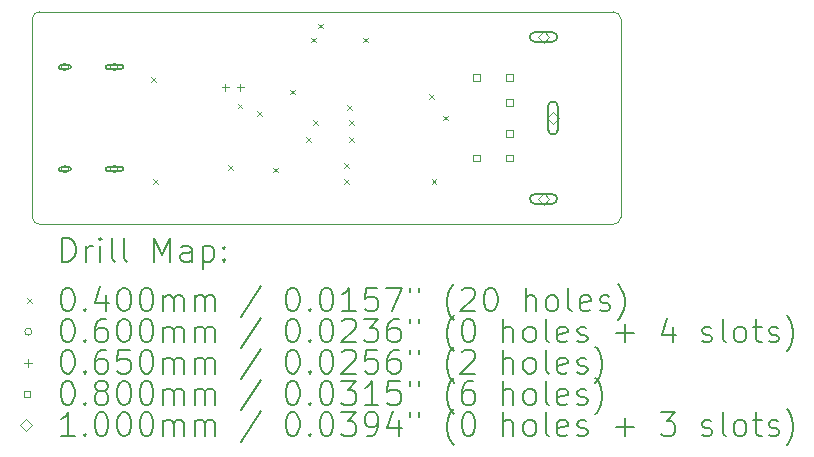
<source format=gbr>
%FSLAX45Y45*%
G04 Gerber Fmt 4.5, Leading zero omitted, Abs format (unit mm)*
G04 Created by KiCad (PCBNEW (6.0.5)) date 2025-03-09 20:54:10*
%MOMM*%
%LPD*%
G01*
G04 APERTURE LIST*
%TA.AperFunction,Profile*%
%ADD10C,0.100000*%
%TD*%
%ADD11C,0.200000*%
%ADD12C,0.040000*%
%ADD13C,0.060000*%
%ADD14C,0.065000*%
%ADD15C,0.080000*%
%ADD16C,0.100000*%
G04 APERTURE END LIST*
D10*
X12440000Y-9320000D02*
X12440000Y-11000000D01*
X17420000Y-9320000D02*
X17420000Y-11000000D01*
X17360000Y-9260000D02*
X12500000Y-9260000D01*
X12500000Y-11060000D02*
X17360000Y-11060000D01*
X12440000Y-11000000D02*
G75*
G03*
X12500000Y-11060000I60000J0D01*
G01*
X12500000Y-9260000D02*
G75*
G03*
X12440000Y-9320000I0J-60000D01*
G01*
X17420000Y-9320000D02*
G75*
G03*
X17360000Y-9260000I-60000J0D01*
G01*
X17360000Y-11060000D02*
G75*
G03*
X17420000Y-11000000I0J60000D01*
G01*
D11*
D12*
X13445000Y-9815000D02*
X13485000Y-9855000D01*
X13485000Y-9815000D02*
X13445000Y-9855000D01*
X13460000Y-10680000D02*
X13500000Y-10720000D01*
X13500000Y-10680000D02*
X13460000Y-10720000D01*
X14100000Y-10560000D02*
X14140000Y-10600000D01*
X14140000Y-10560000D02*
X14100000Y-10600000D01*
X14177002Y-10037002D02*
X14217002Y-10077002D01*
X14217002Y-10037002D02*
X14177002Y-10077002D01*
X14340000Y-10100000D02*
X14380000Y-10140000D01*
X14380000Y-10100000D02*
X14340000Y-10140000D01*
X14480000Y-10580000D02*
X14520000Y-10620000D01*
X14520000Y-10580000D02*
X14480000Y-10620000D01*
X14620000Y-9920000D02*
X14660000Y-9960000D01*
X14660000Y-9920000D02*
X14620000Y-9960000D01*
X14760000Y-10320000D02*
X14800000Y-10360000D01*
X14800000Y-10320000D02*
X14760000Y-10360000D01*
X14800000Y-9480000D02*
X14840000Y-9520000D01*
X14840000Y-9480000D02*
X14800000Y-9520000D01*
X14820000Y-10180000D02*
X14860000Y-10220000D01*
X14860000Y-10180000D02*
X14820000Y-10220000D01*
X14860000Y-9360000D02*
X14900000Y-9400000D01*
X14900000Y-9360000D02*
X14860000Y-9400000D01*
X15080000Y-10540000D02*
X15120000Y-10580000D01*
X15120000Y-10540000D02*
X15080000Y-10580000D01*
X15080000Y-10680000D02*
X15120000Y-10720000D01*
X15120000Y-10680000D02*
X15080000Y-10720000D01*
X15106233Y-10048868D02*
X15146233Y-10088868D01*
X15146233Y-10048868D02*
X15106233Y-10088868D01*
X15120000Y-10180000D02*
X15160000Y-10220000D01*
X15160000Y-10180000D02*
X15120000Y-10220000D01*
X15121355Y-10319565D02*
X15161355Y-10359565D01*
X15161355Y-10319565D02*
X15121355Y-10359565D01*
X15240000Y-9480000D02*
X15280000Y-9520000D01*
X15280000Y-9480000D02*
X15240000Y-9520000D01*
X15800000Y-9960000D02*
X15840000Y-10000000D01*
X15840000Y-9960000D02*
X15800000Y-10000000D01*
X15820000Y-10680000D02*
X15860000Y-10720000D01*
X15860000Y-10680000D02*
X15820000Y-10720000D01*
X15920000Y-10140000D02*
X15960000Y-10180000D01*
X15960000Y-10140000D02*
X15920000Y-10180000D01*
D13*
X12745000Y-9728000D02*
G75*
G03*
X12745000Y-9728000I-30000J0D01*
G01*
D11*
X12745000Y-9708000D02*
X12685000Y-9708000D01*
X12745000Y-9748000D02*
X12685000Y-9748000D01*
X12685000Y-9708000D02*
G75*
G03*
X12685000Y-9748000I0J-20000D01*
G01*
X12745000Y-9748000D02*
G75*
G03*
X12745000Y-9708000I0J20000D01*
G01*
D13*
X12745000Y-10592000D02*
G75*
G03*
X12745000Y-10592000I-30000J0D01*
G01*
D11*
X12745000Y-10572000D02*
X12685000Y-10572000D01*
X12745000Y-10612000D02*
X12685000Y-10612000D01*
X12685000Y-10572000D02*
G75*
G03*
X12685000Y-10612000I0J-20000D01*
G01*
X12745000Y-10612000D02*
G75*
G03*
X12745000Y-10572000I0J20000D01*
G01*
D13*
X13163000Y-9728000D02*
G75*
G03*
X13163000Y-9728000I-30000J0D01*
G01*
D11*
X13188000Y-9708000D02*
X13078000Y-9708000D01*
X13188000Y-9748000D02*
X13078000Y-9748000D01*
X13078000Y-9708000D02*
G75*
G03*
X13078000Y-9748000I0J-20000D01*
G01*
X13188000Y-9748000D02*
G75*
G03*
X13188000Y-9708000I0J20000D01*
G01*
D13*
X13163000Y-10592000D02*
G75*
G03*
X13163000Y-10592000I-30000J0D01*
G01*
D11*
X13188000Y-10572000D02*
X13078000Y-10572000D01*
X13188000Y-10612000D02*
X13078000Y-10612000D01*
X13078000Y-10572000D02*
G75*
G03*
X13078000Y-10612000I0J-20000D01*
G01*
X13188000Y-10612000D02*
G75*
G03*
X13188000Y-10572000I0J20000D01*
G01*
D14*
X14075000Y-9867500D02*
X14075000Y-9932500D01*
X14042500Y-9900000D02*
X14107500Y-9900000D01*
X14202000Y-9867500D02*
X14202000Y-9932500D01*
X14169500Y-9900000D02*
X14234500Y-9900000D01*
D15*
X16230784Y-9847285D02*
X16230784Y-9790716D01*
X16174215Y-9790716D01*
X16174215Y-9847285D01*
X16230784Y-9847285D01*
X16230784Y-10527285D02*
X16230784Y-10470716D01*
X16174215Y-10470716D01*
X16174215Y-10527285D01*
X16230784Y-10527285D01*
X16510784Y-9847285D02*
X16510784Y-9790716D01*
X16454215Y-9790716D01*
X16454215Y-9847285D01*
X16510784Y-9847285D01*
X16510784Y-10057285D02*
X16510784Y-10000716D01*
X16454215Y-10000716D01*
X16454215Y-10057285D01*
X16510784Y-10057285D01*
X16510784Y-10317285D02*
X16510784Y-10260716D01*
X16454215Y-10260716D01*
X16454215Y-10317285D01*
X16510784Y-10317285D01*
X16510784Y-10527285D02*
X16510784Y-10470716D01*
X16454215Y-10470716D01*
X16454215Y-10527285D01*
X16510784Y-10527285D01*
D16*
X16767500Y-9524000D02*
X16817500Y-9474000D01*
X16767500Y-9424000D01*
X16717500Y-9474000D01*
X16767500Y-9524000D01*
D11*
X16692500Y-9514000D02*
X16842500Y-9514000D01*
X16692500Y-9434000D02*
X16842500Y-9434000D01*
X16842500Y-9514000D02*
G75*
G03*
X16842500Y-9434000I0J40000D01*
G01*
X16692500Y-9434000D02*
G75*
G03*
X16692500Y-9514000I0J-40000D01*
G01*
D16*
X16767500Y-10894000D02*
X16817500Y-10844000D01*
X16767500Y-10794000D01*
X16717500Y-10844000D01*
X16767500Y-10894000D01*
D11*
X16692500Y-10884000D02*
X16842500Y-10884000D01*
X16692500Y-10804000D02*
X16842500Y-10804000D01*
X16842500Y-10884000D02*
G75*
G03*
X16842500Y-10804000I0J40000D01*
G01*
X16692500Y-10804000D02*
G75*
G03*
X16692500Y-10884000I0J-40000D01*
G01*
D16*
X16847500Y-10209000D02*
X16897500Y-10159000D01*
X16847500Y-10109000D01*
X16797500Y-10159000D01*
X16847500Y-10209000D01*
D11*
X16887500Y-10259000D02*
X16887500Y-10059000D01*
X16807500Y-10259000D02*
X16807500Y-10059000D01*
X16887500Y-10059000D02*
G75*
G03*
X16807500Y-10059000I-40000J0D01*
G01*
X16807500Y-10259000D02*
G75*
G03*
X16887500Y-10259000I40000J0D01*
G01*
X12692619Y-11375476D02*
X12692619Y-11175476D01*
X12740238Y-11175476D01*
X12768809Y-11185000D01*
X12787857Y-11204048D01*
X12797381Y-11223095D01*
X12806905Y-11261190D01*
X12806905Y-11289762D01*
X12797381Y-11327857D01*
X12787857Y-11346905D01*
X12768809Y-11365952D01*
X12740238Y-11375476D01*
X12692619Y-11375476D01*
X12892619Y-11375476D02*
X12892619Y-11242143D01*
X12892619Y-11280238D02*
X12902143Y-11261190D01*
X12911667Y-11251667D01*
X12930714Y-11242143D01*
X12949762Y-11242143D01*
X13016428Y-11375476D02*
X13016428Y-11242143D01*
X13016428Y-11175476D02*
X13006905Y-11185000D01*
X13016428Y-11194524D01*
X13025952Y-11185000D01*
X13016428Y-11175476D01*
X13016428Y-11194524D01*
X13140238Y-11375476D02*
X13121190Y-11365952D01*
X13111667Y-11346905D01*
X13111667Y-11175476D01*
X13245000Y-11375476D02*
X13225952Y-11365952D01*
X13216428Y-11346905D01*
X13216428Y-11175476D01*
X13473571Y-11375476D02*
X13473571Y-11175476D01*
X13540238Y-11318333D01*
X13606905Y-11175476D01*
X13606905Y-11375476D01*
X13787857Y-11375476D02*
X13787857Y-11270714D01*
X13778333Y-11251667D01*
X13759286Y-11242143D01*
X13721190Y-11242143D01*
X13702143Y-11251667D01*
X13787857Y-11365952D02*
X13768809Y-11375476D01*
X13721190Y-11375476D01*
X13702143Y-11365952D01*
X13692619Y-11346905D01*
X13692619Y-11327857D01*
X13702143Y-11308809D01*
X13721190Y-11299286D01*
X13768809Y-11299286D01*
X13787857Y-11289762D01*
X13883095Y-11242143D02*
X13883095Y-11442143D01*
X13883095Y-11251667D02*
X13902143Y-11242143D01*
X13940238Y-11242143D01*
X13959286Y-11251667D01*
X13968809Y-11261190D01*
X13978333Y-11280238D01*
X13978333Y-11337381D01*
X13968809Y-11356428D01*
X13959286Y-11365952D01*
X13940238Y-11375476D01*
X13902143Y-11375476D01*
X13883095Y-11365952D01*
X14064048Y-11356428D02*
X14073571Y-11365952D01*
X14064048Y-11375476D01*
X14054524Y-11365952D01*
X14064048Y-11356428D01*
X14064048Y-11375476D01*
X14064048Y-11251667D02*
X14073571Y-11261190D01*
X14064048Y-11270714D01*
X14054524Y-11261190D01*
X14064048Y-11251667D01*
X14064048Y-11270714D01*
D12*
X12395000Y-11685000D02*
X12435000Y-11725000D01*
X12435000Y-11685000D02*
X12395000Y-11725000D01*
D11*
X12730714Y-11595476D02*
X12749762Y-11595476D01*
X12768809Y-11605000D01*
X12778333Y-11614524D01*
X12787857Y-11633571D01*
X12797381Y-11671667D01*
X12797381Y-11719286D01*
X12787857Y-11757381D01*
X12778333Y-11776428D01*
X12768809Y-11785952D01*
X12749762Y-11795476D01*
X12730714Y-11795476D01*
X12711667Y-11785952D01*
X12702143Y-11776428D01*
X12692619Y-11757381D01*
X12683095Y-11719286D01*
X12683095Y-11671667D01*
X12692619Y-11633571D01*
X12702143Y-11614524D01*
X12711667Y-11605000D01*
X12730714Y-11595476D01*
X12883095Y-11776428D02*
X12892619Y-11785952D01*
X12883095Y-11795476D01*
X12873571Y-11785952D01*
X12883095Y-11776428D01*
X12883095Y-11795476D01*
X13064048Y-11662143D02*
X13064048Y-11795476D01*
X13016428Y-11585952D02*
X12968809Y-11728809D01*
X13092619Y-11728809D01*
X13206905Y-11595476D02*
X13225952Y-11595476D01*
X13245000Y-11605000D01*
X13254524Y-11614524D01*
X13264048Y-11633571D01*
X13273571Y-11671667D01*
X13273571Y-11719286D01*
X13264048Y-11757381D01*
X13254524Y-11776428D01*
X13245000Y-11785952D01*
X13225952Y-11795476D01*
X13206905Y-11795476D01*
X13187857Y-11785952D01*
X13178333Y-11776428D01*
X13168809Y-11757381D01*
X13159286Y-11719286D01*
X13159286Y-11671667D01*
X13168809Y-11633571D01*
X13178333Y-11614524D01*
X13187857Y-11605000D01*
X13206905Y-11595476D01*
X13397381Y-11595476D02*
X13416428Y-11595476D01*
X13435476Y-11605000D01*
X13445000Y-11614524D01*
X13454524Y-11633571D01*
X13464048Y-11671667D01*
X13464048Y-11719286D01*
X13454524Y-11757381D01*
X13445000Y-11776428D01*
X13435476Y-11785952D01*
X13416428Y-11795476D01*
X13397381Y-11795476D01*
X13378333Y-11785952D01*
X13368809Y-11776428D01*
X13359286Y-11757381D01*
X13349762Y-11719286D01*
X13349762Y-11671667D01*
X13359286Y-11633571D01*
X13368809Y-11614524D01*
X13378333Y-11605000D01*
X13397381Y-11595476D01*
X13549762Y-11795476D02*
X13549762Y-11662143D01*
X13549762Y-11681190D02*
X13559286Y-11671667D01*
X13578333Y-11662143D01*
X13606905Y-11662143D01*
X13625952Y-11671667D01*
X13635476Y-11690714D01*
X13635476Y-11795476D01*
X13635476Y-11690714D02*
X13645000Y-11671667D01*
X13664048Y-11662143D01*
X13692619Y-11662143D01*
X13711667Y-11671667D01*
X13721190Y-11690714D01*
X13721190Y-11795476D01*
X13816428Y-11795476D02*
X13816428Y-11662143D01*
X13816428Y-11681190D02*
X13825952Y-11671667D01*
X13845000Y-11662143D01*
X13873571Y-11662143D01*
X13892619Y-11671667D01*
X13902143Y-11690714D01*
X13902143Y-11795476D01*
X13902143Y-11690714D02*
X13911667Y-11671667D01*
X13930714Y-11662143D01*
X13959286Y-11662143D01*
X13978333Y-11671667D01*
X13987857Y-11690714D01*
X13987857Y-11795476D01*
X14378333Y-11585952D02*
X14206905Y-11843095D01*
X14635476Y-11595476D02*
X14654524Y-11595476D01*
X14673571Y-11605000D01*
X14683095Y-11614524D01*
X14692619Y-11633571D01*
X14702143Y-11671667D01*
X14702143Y-11719286D01*
X14692619Y-11757381D01*
X14683095Y-11776428D01*
X14673571Y-11785952D01*
X14654524Y-11795476D01*
X14635476Y-11795476D01*
X14616428Y-11785952D01*
X14606905Y-11776428D01*
X14597381Y-11757381D01*
X14587857Y-11719286D01*
X14587857Y-11671667D01*
X14597381Y-11633571D01*
X14606905Y-11614524D01*
X14616428Y-11605000D01*
X14635476Y-11595476D01*
X14787857Y-11776428D02*
X14797381Y-11785952D01*
X14787857Y-11795476D01*
X14778333Y-11785952D01*
X14787857Y-11776428D01*
X14787857Y-11795476D01*
X14921190Y-11595476D02*
X14940238Y-11595476D01*
X14959286Y-11605000D01*
X14968809Y-11614524D01*
X14978333Y-11633571D01*
X14987857Y-11671667D01*
X14987857Y-11719286D01*
X14978333Y-11757381D01*
X14968809Y-11776428D01*
X14959286Y-11785952D01*
X14940238Y-11795476D01*
X14921190Y-11795476D01*
X14902143Y-11785952D01*
X14892619Y-11776428D01*
X14883095Y-11757381D01*
X14873571Y-11719286D01*
X14873571Y-11671667D01*
X14883095Y-11633571D01*
X14892619Y-11614524D01*
X14902143Y-11605000D01*
X14921190Y-11595476D01*
X15178333Y-11795476D02*
X15064048Y-11795476D01*
X15121190Y-11795476D02*
X15121190Y-11595476D01*
X15102143Y-11624048D01*
X15083095Y-11643095D01*
X15064048Y-11652619D01*
X15359286Y-11595476D02*
X15264048Y-11595476D01*
X15254524Y-11690714D01*
X15264048Y-11681190D01*
X15283095Y-11671667D01*
X15330714Y-11671667D01*
X15349762Y-11681190D01*
X15359286Y-11690714D01*
X15368809Y-11709762D01*
X15368809Y-11757381D01*
X15359286Y-11776428D01*
X15349762Y-11785952D01*
X15330714Y-11795476D01*
X15283095Y-11795476D01*
X15264048Y-11785952D01*
X15254524Y-11776428D01*
X15435476Y-11595476D02*
X15568809Y-11595476D01*
X15483095Y-11795476D01*
X15635476Y-11595476D02*
X15635476Y-11633571D01*
X15711667Y-11595476D02*
X15711667Y-11633571D01*
X16006905Y-11871667D02*
X15997381Y-11862143D01*
X15978333Y-11833571D01*
X15968809Y-11814524D01*
X15959286Y-11785952D01*
X15949762Y-11738333D01*
X15949762Y-11700238D01*
X15959286Y-11652619D01*
X15968809Y-11624048D01*
X15978333Y-11605000D01*
X15997381Y-11576428D01*
X16006905Y-11566905D01*
X16073571Y-11614524D02*
X16083095Y-11605000D01*
X16102143Y-11595476D01*
X16149762Y-11595476D01*
X16168809Y-11605000D01*
X16178333Y-11614524D01*
X16187857Y-11633571D01*
X16187857Y-11652619D01*
X16178333Y-11681190D01*
X16064048Y-11795476D01*
X16187857Y-11795476D01*
X16311667Y-11595476D02*
X16330714Y-11595476D01*
X16349762Y-11605000D01*
X16359286Y-11614524D01*
X16368809Y-11633571D01*
X16378333Y-11671667D01*
X16378333Y-11719286D01*
X16368809Y-11757381D01*
X16359286Y-11776428D01*
X16349762Y-11785952D01*
X16330714Y-11795476D01*
X16311667Y-11795476D01*
X16292619Y-11785952D01*
X16283095Y-11776428D01*
X16273571Y-11757381D01*
X16264048Y-11719286D01*
X16264048Y-11671667D01*
X16273571Y-11633571D01*
X16283095Y-11614524D01*
X16292619Y-11605000D01*
X16311667Y-11595476D01*
X16616428Y-11795476D02*
X16616428Y-11595476D01*
X16702143Y-11795476D02*
X16702143Y-11690714D01*
X16692619Y-11671667D01*
X16673571Y-11662143D01*
X16645000Y-11662143D01*
X16625952Y-11671667D01*
X16616428Y-11681190D01*
X16825952Y-11795476D02*
X16806905Y-11785952D01*
X16797381Y-11776428D01*
X16787857Y-11757381D01*
X16787857Y-11700238D01*
X16797381Y-11681190D01*
X16806905Y-11671667D01*
X16825952Y-11662143D01*
X16854524Y-11662143D01*
X16873571Y-11671667D01*
X16883095Y-11681190D01*
X16892619Y-11700238D01*
X16892619Y-11757381D01*
X16883095Y-11776428D01*
X16873571Y-11785952D01*
X16854524Y-11795476D01*
X16825952Y-11795476D01*
X17006905Y-11795476D02*
X16987857Y-11785952D01*
X16978333Y-11766905D01*
X16978333Y-11595476D01*
X17159286Y-11785952D02*
X17140238Y-11795476D01*
X17102143Y-11795476D01*
X17083095Y-11785952D01*
X17073571Y-11766905D01*
X17073571Y-11690714D01*
X17083095Y-11671667D01*
X17102143Y-11662143D01*
X17140238Y-11662143D01*
X17159286Y-11671667D01*
X17168810Y-11690714D01*
X17168810Y-11709762D01*
X17073571Y-11728809D01*
X17245000Y-11785952D02*
X17264048Y-11795476D01*
X17302143Y-11795476D01*
X17321190Y-11785952D01*
X17330714Y-11766905D01*
X17330714Y-11757381D01*
X17321190Y-11738333D01*
X17302143Y-11728809D01*
X17273571Y-11728809D01*
X17254524Y-11719286D01*
X17245000Y-11700238D01*
X17245000Y-11690714D01*
X17254524Y-11671667D01*
X17273571Y-11662143D01*
X17302143Y-11662143D01*
X17321190Y-11671667D01*
X17397381Y-11871667D02*
X17406905Y-11862143D01*
X17425952Y-11833571D01*
X17435476Y-11814524D01*
X17445000Y-11785952D01*
X17454524Y-11738333D01*
X17454524Y-11700238D01*
X17445000Y-11652619D01*
X17435476Y-11624048D01*
X17425952Y-11605000D01*
X17406905Y-11576428D01*
X17397381Y-11566905D01*
D13*
X12435000Y-11969000D02*
G75*
G03*
X12435000Y-11969000I-30000J0D01*
G01*
D11*
X12730714Y-11859476D02*
X12749762Y-11859476D01*
X12768809Y-11869000D01*
X12778333Y-11878524D01*
X12787857Y-11897571D01*
X12797381Y-11935667D01*
X12797381Y-11983286D01*
X12787857Y-12021381D01*
X12778333Y-12040428D01*
X12768809Y-12049952D01*
X12749762Y-12059476D01*
X12730714Y-12059476D01*
X12711667Y-12049952D01*
X12702143Y-12040428D01*
X12692619Y-12021381D01*
X12683095Y-11983286D01*
X12683095Y-11935667D01*
X12692619Y-11897571D01*
X12702143Y-11878524D01*
X12711667Y-11869000D01*
X12730714Y-11859476D01*
X12883095Y-12040428D02*
X12892619Y-12049952D01*
X12883095Y-12059476D01*
X12873571Y-12049952D01*
X12883095Y-12040428D01*
X12883095Y-12059476D01*
X13064048Y-11859476D02*
X13025952Y-11859476D01*
X13006905Y-11869000D01*
X12997381Y-11878524D01*
X12978333Y-11907095D01*
X12968809Y-11945190D01*
X12968809Y-12021381D01*
X12978333Y-12040428D01*
X12987857Y-12049952D01*
X13006905Y-12059476D01*
X13045000Y-12059476D01*
X13064048Y-12049952D01*
X13073571Y-12040428D01*
X13083095Y-12021381D01*
X13083095Y-11973762D01*
X13073571Y-11954714D01*
X13064048Y-11945190D01*
X13045000Y-11935667D01*
X13006905Y-11935667D01*
X12987857Y-11945190D01*
X12978333Y-11954714D01*
X12968809Y-11973762D01*
X13206905Y-11859476D02*
X13225952Y-11859476D01*
X13245000Y-11869000D01*
X13254524Y-11878524D01*
X13264048Y-11897571D01*
X13273571Y-11935667D01*
X13273571Y-11983286D01*
X13264048Y-12021381D01*
X13254524Y-12040428D01*
X13245000Y-12049952D01*
X13225952Y-12059476D01*
X13206905Y-12059476D01*
X13187857Y-12049952D01*
X13178333Y-12040428D01*
X13168809Y-12021381D01*
X13159286Y-11983286D01*
X13159286Y-11935667D01*
X13168809Y-11897571D01*
X13178333Y-11878524D01*
X13187857Y-11869000D01*
X13206905Y-11859476D01*
X13397381Y-11859476D02*
X13416428Y-11859476D01*
X13435476Y-11869000D01*
X13445000Y-11878524D01*
X13454524Y-11897571D01*
X13464048Y-11935667D01*
X13464048Y-11983286D01*
X13454524Y-12021381D01*
X13445000Y-12040428D01*
X13435476Y-12049952D01*
X13416428Y-12059476D01*
X13397381Y-12059476D01*
X13378333Y-12049952D01*
X13368809Y-12040428D01*
X13359286Y-12021381D01*
X13349762Y-11983286D01*
X13349762Y-11935667D01*
X13359286Y-11897571D01*
X13368809Y-11878524D01*
X13378333Y-11869000D01*
X13397381Y-11859476D01*
X13549762Y-12059476D02*
X13549762Y-11926143D01*
X13549762Y-11945190D02*
X13559286Y-11935667D01*
X13578333Y-11926143D01*
X13606905Y-11926143D01*
X13625952Y-11935667D01*
X13635476Y-11954714D01*
X13635476Y-12059476D01*
X13635476Y-11954714D02*
X13645000Y-11935667D01*
X13664048Y-11926143D01*
X13692619Y-11926143D01*
X13711667Y-11935667D01*
X13721190Y-11954714D01*
X13721190Y-12059476D01*
X13816428Y-12059476D02*
X13816428Y-11926143D01*
X13816428Y-11945190D02*
X13825952Y-11935667D01*
X13845000Y-11926143D01*
X13873571Y-11926143D01*
X13892619Y-11935667D01*
X13902143Y-11954714D01*
X13902143Y-12059476D01*
X13902143Y-11954714D02*
X13911667Y-11935667D01*
X13930714Y-11926143D01*
X13959286Y-11926143D01*
X13978333Y-11935667D01*
X13987857Y-11954714D01*
X13987857Y-12059476D01*
X14378333Y-11849952D02*
X14206905Y-12107095D01*
X14635476Y-11859476D02*
X14654524Y-11859476D01*
X14673571Y-11869000D01*
X14683095Y-11878524D01*
X14692619Y-11897571D01*
X14702143Y-11935667D01*
X14702143Y-11983286D01*
X14692619Y-12021381D01*
X14683095Y-12040428D01*
X14673571Y-12049952D01*
X14654524Y-12059476D01*
X14635476Y-12059476D01*
X14616428Y-12049952D01*
X14606905Y-12040428D01*
X14597381Y-12021381D01*
X14587857Y-11983286D01*
X14587857Y-11935667D01*
X14597381Y-11897571D01*
X14606905Y-11878524D01*
X14616428Y-11869000D01*
X14635476Y-11859476D01*
X14787857Y-12040428D02*
X14797381Y-12049952D01*
X14787857Y-12059476D01*
X14778333Y-12049952D01*
X14787857Y-12040428D01*
X14787857Y-12059476D01*
X14921190Y-11859476D02*
X14940238Y-11859476D01*
X14959286Y-11869000D01*
X14968809Y-11878524D01*
X14978333Y-11897571D01*
X14987857Y-11935667D01*
X14987857Y-11983286D01*
X14978333Y-12021381D01*
X14968809Y-12040428D01*
X14959286Y-12049952D01*
X14940238Y-12059476D01*
X14921190Y-12059476D01*
X14902143Y-12049952D01*
X14892619Y-12040428D01*
X14883095Y-12021381D01*
X14873571Y-11983286D01*
X14873571Y-11935667D01*
X14883095Y-11897571D01*
X14892619Y-11878524D01*
X14902143Y-11869000D01*
X14921190Y-11859476D01*
X15064048Y-11878524D02*
X15073571Y-11869000D01*
X15092619Y-11859476D01*
X15140238Y-11859476D01*
X15159286Y-11869000D01*
X15168809Y-11878524D01*
X15178333Y-11897571D01*
X15178333Y-11916619D01*
X15168809Y-11945190D01*
X15054524Y-12059476D01*
X15178333Y-12059476D01*
X15245000Y-11859476D02*
X15368809Y-11859476D01*
X15302143Y-11935667D01*
X15330714Y-11935667D01*
X15349762Y-11945190D01*
X15359286Y-11954714D01*
X15368809Y-11973762D01*
X15368809Y-12021381D01*
X15359286Y-12040428D01*
X15349762Y-12049952D01*
X15330714Y-12059476D01*
X15273571Y-12059476D01*
X15254524Y-12049952D01*
X15245000Y-12040428D01*
X15540238Y-11859476D02*
X15502143Y-11859476D01*
X15483095Y-11869000D01*
X15473571Y-11878524D01*
X15454524Y-11907095D01*
X15445000Y-11945190D01*
X15445000Y-12021381D01*
X15454524Y-12040428D01*
X15464048Y-12049952D01*
X15483095Y-12059476D01*
X15521190Y-12059476D01*
X15540238Y-12049952D01*
X15549762Y-12040428D01*
X15559286Y-12021381D01*
X15559286Y-11973762D01*
X15549762Y-11954714D01*
X15540238Y-11945190D01*
X15521190Y-11935667D01*
X15483095Y-11935667D01*
X15464048Y-11945190D01*
X15454524Y-11954714D01*
X15445000Y-11973762D01*
X15635476Y-11859476D02*
X15635476Y-11897571D01*
X15711667Y-11859476D02*
X15711667Y-11897571D01*
X16006905Y-12135667D02*
X15997381Y-12126143D01*
X15978333Y-12097571D01*
X15968809Y-12078524D01*
X15959286Y-12049952D01*
X15949762Y-12002333D01*
X15949762Y-11964238D01*
X15959286Y-11916619D01*
X15968809Y-11888048D01*
X15978333Y-11869000D01*
X15997381Y-11840428D01*
X16006905Y-11830905D01*
X16121190Y-11859476D02*
X16140238Y-11859476D01*
X16159286Y-11869000D01*
X16168809Y-11878524D01*
X16178333Y-11897571D01*
X16187857Y-11935667D01*
X16187857Y-11983286D01*
X16178333Y-12021381D01*
X16168809Y-12040428D01*
X16159286Y-12049952D01*
X16140238Y-12059476D01*
X16121190Y-12059476D01*
X16102143Y-12049952D01*
X16092619Y-12040428D01*
X16083095Y-12021381D01*
X16073571Y-11983286D01*
X16073571Y-11935667D01*
X16083095Y-11897571D01*
X16092619Y-11878524D01*
X16102143Y-11869000D01*
X16121190Y-11859476D01*
X16425952Y-12059476D02*
X16425952Y-11859476D01*
X16511667Y-12059476D02*
X16511667Y-11954714D01*
X16502143Y-11935667D01*
X16483095Y-11926143D01*
X16454524Y-11926143D01*
X16435476Y-11935667D01*
X16425952Y-11945190D01*
X16635476Y-12059476D02*
X16616428Y-12049952D01*
X16606905Y-12040428D01*
X16597381Y-12021381D01*
X16597381Y-11964238D01*
X16606905Y-11945190D01*
X16616428Y-11935667D01*
X16635476Y-11926143D01*
X16664048Y-11926143D01*
X16683095Y-11935667D01*
X16692619Y-11945190D01*
X16702143Y-11964238D01*
X16702143Y-12021381D01*
X16692619Y-12040428D01*
X16683095Y-12049952D01*
X16664048Y-12059476D01*
X16635476Y-12059476D01*
X16816429Y-12059476D02*
X16797381Y-12049952D01*
X16787857Y-12030905D01*
X16787857Y-11859476D01*
X16968810Y-12049952D02*
X16949762Y-12059476D01*
X16911667Y-12059476D01*
X16892619Y-12049952D01*
X16883095Y-12030905D01*
X16883095Y-11954714D01*
X16892619Y-11935667D01*
X16911667Y-11926143D01*
X16949762Y-11926143D01*
X16968810Y-11935667D01*
X16978333Y-11954714D01*
X16978333Y-11973762D01*
X16883095Y-11992809D01*
X17054524Y-12049952D02*
X17073571Y-12059476D01*
X17111667Y-12059476D01*
X17130714Y-12049952D01*
X17140238Y-12030905D01*
X17140238Y-12021381D01*
X17130714Y-12002333D01*
X17111667Y-11992809D01*
X17083095Y-11992809D01*
X17064048Y-11983286D01*
X17054524Y-11964238D01*
X17054524Y-11954714D01*
X17064048Y-11935667D01*
X17083095Y-11926143D01*
X17111667Y-11926143D01*
X17130714Y-11935667D01*
X17378333Y-11983286D02*
X17530714Y-11983286D01*
X17454524Y-12059476D02*
X17454524Y-11907095D01*
X17864048Y-11926143D02*
X17864048Y-12059476D01*
X17816429Y-11849952D02*
X17768810Y-11992809D01*
X17892619Y-11992809D01*
X18111667Y-12049952D02*
X18130714Y-12059476D01*
X18168810Y-12059476D01*
X18187857Y-12049952D01*
X18197381Y-12030905D01*
X18197381Y-12021381D01*
X18187857Y-12002333D01*
X18168810Y-11992809D01*
X18140238Y-11992809D01*
X18121190Y-11983286D01*
X18111667Y-11964238D01*
X18111667Y-11954714D01*
X18121190Y-11935667D01*
X18140238Y-11926143D01*
X18168810Y-11926143D01*
X18187857Y-11935667D01*
X18311667Y-12059476D02*
X18292619Y-12049952D01*
X18283095Y-12030905D01*
X18283095Y-11859476D01*
X18416429Y-12059476D02*
X18397381Y-12049952D01*
X18387857Y-12040428D01*
X18378333Y-12021381D01*
X18378333Y-11964238D01*
X18387857Y-11945190D01*
X18397381Y-11935667D01*
X18416429Y-11926143D01*
X18445000Y-11926143D01*
X18464048Y-11935667D01*
X18473571Y-11945190D01*
X18483095Y-11964238D01*
X18483095Y-12021381D01*
X18473571Y-12040428D01*
X18464048Y-12049952D01*
X18445000Y-12059476D01*
X18416429Y-12059476D01*
X18540238Y-11926143D02*
X18616429Y-11926143D01*
X18568810Y-11859476D02*
X18568810Y-12030905D01*
X18578333Y-12049952D01*
X18597381Y-12059476D01*
X18616429Y-12059476D01*
X18673571Y-12049952D02*
X18692619Y-12059476D01*
X18730714Y-12059476D01*
X18749762Y-12049952D01*
X18759286Y-12030905D01*
X18759286Y-12021381D01*
X18749762Y-12002333D01*
X18730714Y-11992809D01*
X18702143Y-11992809D01*
X18683095Y-11983286D01*
X18673571Y-11964238D01*
X18673571Y-11954714D01*
X18683095Y-11935667D01*
X18702143Y-11926143D01*
X18730714Y-11926143D01*
X18749762Y-11935667D01*
X18825952Y-12135667D02*
X18835476Y-12126143D01*
X18854524Y-12097571D01*
X18864048Y-12078524D01*
X18873571Y-12049952D01*
X18883095Y-12002333D01*
X18883095Y-11964238D01*
X18873571Y-11916619D01*
X18864048Y-11888048D01*
X18854524Y-11869000D01*
X18835476Y-11840428D01*
X18825952Y-11830905D01*
D14*
X12402500Y-12200500D02*
X12402500Y-12265500D01*
X12370000Y-12233000D02*
X12435000Y-12233000D01*
D11*
X12730714Y-12123476D02*
X12749762Y-12123476D01*
X12768809Y-12133000D01*
X12778333Y-12142524D01*
X12787857Y-12161571D01*
X12797381Y-12199667D01*
X12797381Y-12247286D01*
X12787857Y-12285381D01*
X12778333Y-12304428D01*
X12768809Y-12313952D01*
X12749762Y-12323476D01*
X12730714Y-12323476D01*
X12711667Y-12313952D01*
X12702143Y-12304428D01*
X12692619Y-12285381D01*
X12683095Y-12247286D01*
X12683095Y-12199667D01*
X12692619Y-12161571D01*
X12702143Y-12142524D01*
X12711667Y-12133000D01*
X12730714Y-12123476D01*
X12883095Y-12304428D02*
X12892619Y-12313952D01*
X12883095Y-12323476D01*
X12873571Y-12313952D01*
X12883095Y-12304428D01*
X12883095Y-12323476D01*
X13064048Y-12123476D02*
X13025952Y-12123476D01*
X13006905Y-12133000D01*
X12997381Y-12142524D01*
X12978333Y-12171095D01*
X12968809Y-12209190D01*
X12968809Y-12285381D01*
X12978333Y-12304428D01*
X12987857Y-12313952D01*
X13006905Y-12323476D01*
X13045000Y-12323476D01*
X13064048Y-12313952D01*
X13073571Y-12304428D01*
X13083095Y-12285381D01*
X13083095Y-12237762D01*
X13073571Y-12218714D01*
X13064048Y-12209190D01*
X13045000Y-12199667D01*
X13006905Y-12199667D01*
X12987857Y-12209190D01*
X12978333Y-12218714D01*
X12968809Y-12237762D01*
X13264048Y-12123476D02*
X13168809Y-12123476D01*
X13159286Y-12218714D01*
X13168809Y-12209190D01*
X13187857Y-12199667D01*
X13235476Y-12199667D01*
X13254524Y-12209190D01*
X13264048Y-12218714D01*
X13273571Y-12237762D01*
X13273571Y-12285381D01*
X13264048Y-12304428D01*
X13254524Y-12313952D01*
X13235476Y-12323476D01*
X13187857Y-12323476D01*
X13168809Y-12313952D01*
X13159286Y-12304428D01*
X13397381Y-12123476D02*
X13416428Y-12123476D01*
X13435476Y-12133000D01*
X13445000Y-12142524D01*
X13454524Y-12161571D01*
X13464048Y-12199667D01*
X13464048Y-12247286D01*
X13454524Y-12285381D01*
X13445000Y-12304428D01*
X13435476Y-12313952D01*
X13416428Y-12323476D01*
X13397381Y-12323476D01*
X13378333Y-12313952D01*
X13368809Y-12304428D01*
X13359286Y-12285381D01*
X13349762Y-12247286D01*
X13349762Y-12199667D01*
X13359286Y-12161571D01*
X13368809Y-12142524D01*
X13378333Y-12133000D01*
X13397381Y-12123476D01*
X13549762Y-12323476D02*
X13549762Y-12190143D01*
X13549762Y-12209190D02*
X13559286Y-12199667D01*
X13578333Y-12190143D01*
X13606905Y-12190143D01*
X13625952Y-12199667D01*
X13635476Y-12218714D01*
X13635476Y-12323476D01*
X13635476Y-12218714D02*
X13645000Y-12199667D01*
X13664048Y-12190143D01*
X13692619Y-12190143D01*
X13711667Y-12199667D01*
X13721190Y-12218714D01*
X13721190Y-12323476D01*
X13816428Y-12323476D02*
X13816428Y-12190143D01*
X13816428Y-12209190D02*
X13825952Y-12199667D01*
X13845000Y-12190143D01*
X13873571Y-12190143D01*
X13892619Y-12199667D01*
X13902143Y-12218714D01*
X13902143Y-12323476D01*
X13902143Y-12218714D02*
X13911667Y-12199667D01*
X13930714Y-12190143D01*
X13959286Y-12190143D01*
X13978333Y-12199667D01*
X13987857Y-12218714D01*
X13987857Y-12323476D01*
X14378333Y-12113952D02*
X14206905Y-12371095D01*
X14635476Y-12123476D02*
X14654524Y-12123476D01*
X14673571Y-12133000D01*
X14683095Y-12142524D01*
X14692619Y-12161571D01*
X14702143Y-12199667D01*
X14702143Y-12247286D01*
X14692619Y-12285381D01*
X14683095Y-12304428D01*
X14673571Y-12313952D01*
X14654524Y-12323476D01*
X14635476Y-12323476D01*
X14616428Y-12313952D01*
X14606905Y-12304428D01*
X14597381Y-12285381D01*
X14587857Y-12247286D01*
X14587857Y-12199667D01*
X14597381Y-12161571D01*
X14606905Y-12142524D01*
X14616428Y-12133000D01*
X14635476Y-12123476D01*
X14787857Y-12304428D02*
X14797381Y-12313952D01*
X14787857Y-12323476D01*
X14778333Y-12313952D01*
X14787857Y-12304428D01*
X14787857Y-12323476D01*
X14921190Y-12123476D02*
X14940238Y-12123476D01*
X14959286Y-12133000D01*
X14968809Y-12142524D01*
X14978333Y-12161571D01*
X14987857Y-12199667D01*
X14987857Y-12247286D01*
X14978333Y-12285381D01*
X14968809Y-12304428D01*
X14959286Y-12313952D01*
X14940238Y-12323476D01*
X14921190Y-12323476D01*
X14902143Y-12313952D01*
X14892619Y-12304428D01*
X14883095Y-12285381D01*
X14873571Y-12247286D01*
X14873571Y-12199667D01*
X14883095Y-12161571D01*
X14892619Y-12142524D01*
X14902143Y-12133000D01*
X14921190Y-12123476D01*
X15064048Y-12142524D02*
X15073571Y-12133000D01*
X15092619Y-12123476D01*
X15140238Y-12123476D01*
X15159286Y-12133000D01*
X15168809Y-12142524D01*
X15178333Y-12161571D01*
X15178333Y-12180619D01*
X15168809Y-12209190D01*
X15054524Y-12323476D01*
X15178333Y-12323476D01*
X15359286Y-12123476D02*
X15264048Y-12123476D01*
X15254524Y-12218714D01*
X15264048Y-12209190D01*
X15283095Y-12199667D01*
X15330714Y-12199667D01*
X15349762Y-12209190D01*
X15359286Y-12218714D01*
X15368809Y-12237762D01*
X15368809Y-12285381D01*
X15359286Y-12304428D01*
X15349762Y-12313952D01*
X15330714Y-12323476D01*
X15283095Y-12323476D01*
X15264048Y-12313952D01*
X15254524Y-12304428D01*
X15540238Y-12123476D02*
X15502143Y-12123476D01*
X15483095Y-12133000D01*
X15473571Y-12142524D01*
X15454524Y-12171095D01*
X15445000Y-12209190D01*
X15445000Y-12285381D01*
X15454524Y-12304428D01*
X15464048Y-12313952D01*
X15483095Y-12323476D01*
X15521190Y-12323476D01*
X15540238Y-12313952D01*
X15549762Y-12304428D01*
X15559286Y-12285381D01*
X15559286Y-12237762D01*
X15549762Y-12218714D01*
X15540238Y-12209190D01*
X15521190Y-12199667D01*
X15483095Y-12199667D01*
X15464048Y-12209190D01*
X15454524Y-12218714D01*
X15445000Y-12237762D01*
X15635476Y-12123476D02*
X15635476Y-12161571D01*
X15711667Y-12123476D02*
X15711667Y-12161571D01*
X16006905Y-12399667D02*
X15997381Y-12390143D01*
X15978333Y-12361571D01*
X15968809Y-12342524D01*
X15959286Y-12313952D01*
X15949762Y-12266333D01*
X15949762Y-12228238D01*
X15959286Y-12180619D01*
X15968809Y-12152048D01*
X15978333Y-12133000D01*
X15997381Y-12104428D01*
X16006905Y-12094905D01*
X16073571Y-12142524D02*
X16083095Y-12133000D01*
X16102143Y-12123476D01*
X16149762Y-12123476D01*
X16168809Y-12133000D01*
X16178333Y-12142524D01*
X16187857Y-12161571D01*
X16187857Y-12180619D01*
X16178333Y-12209190D01*
X16064048Y-12323476D01*
X16187857Y-12323476D01*
X16425952Y-12323476D02*
X16425952Y-12123476D01*
X16511667Y-12323476D02*
X16511667Y-12218714D01*
X16502143Y-12199667D01*
X16483095Y-12190143D01*
X16454524Y-12190143D01*
X16435476Y-12199667D01*
X16425952Y-12209190D01*
X16635476Y-12323476D02*
X16616428Y-12313952D01*
X16606905Y-12304428D01*
X16597381Y-12285381D01*
X16597381Y-12228238D01*
X16606905Y-12209190D01*
X16616428Y-12199667D01*
X16635476Y-12190143D01*
X16664048Y-12190143D01*
X16683095Y-12199667D01*
X16692619Y-12209190D01*
X16702143Y-12228238D01*
X16702143Y-12285381D01*
X16692619Y-12304428D01*
X16683095Y-12313952D01*
X16664048Y-12323476D01*
X16635476Y-12323476D01*
X16816429Y-12323476D02*
X16797381Y-12313952D01*
X16787857Y-12294905D01*
X16787857Y-12123476D01*
X16968810Y-12313952D02*
X16949762Y-12323476D01*
X16911667Y-12323476D01*
X16892619Y-12313952D01*
X16883095Y-12294905D01*
X16883095Y-12218714D01*
X16892619Y-12199667D01*
X16911667Y-12190143D01*
X16949762Y-12190143D01*
X16968810Y-12199667D01*
X16978333Y-12218714D01*
X16978333Y-12237762D01*
X16883095Y-12256809D01*
X17054524Y-12313952D02*
X17073571Y-12323476D01*
X17111667Y-12323476D01*
X17130714Y-12313952D01*
X17140238Y-12294905D01*
X17140238Y-12285381D01*
X17130714Y-12266333D01*
X17111667Y-12256809D01*
X17083095Y-12256809D01*
X17064048Y-12247286D01*
X17054524Y-12228238D01*
X17054524Y-12218714D01*
X17064048Y-12199667D01*
X17083095Y-12190143D01*
X17111667Y-12190143D01*
X17130714Y-12199667D01*
X17206905Y-12399667D02*
X17216429Y-12390143D01*
X17235476Y-12361571D01*
X17245000Y-12342524D01*
X17254524Y-12313952D01*
X17264048Y-12266333D01*
X17264048Y-12228238D01*
X17254524Y-12180619D01*
X17245000Y-12152048D01*
X17235476Y-12133000D01*
X17216429Y-12104428D01*
X17206905Y-12094905D01*
D15*
X12423284Y-12525284D02*
X12423284Y-12468715D01*
X12366715Y-12468715D01*
X12366715Y-12525284D01*
X12423284Y-12525284D01*
D11*
X12730714Y-12387476D02*
X12749762Y-12387476D01*
X12768809Y-12397000D01*
X12778333Y-12406524D01*
X12787857Y-12425571D01*
X12797381Y-12463667D01*
X12797381Y-12511286D01*
X12787857Y-12549381D01*
X12778333Y-12568428D01*
X12768809Y-12577952D01*
X12749762Y-12587476D01*
X12730714Y-12587476D01*
X12711667Y-12577952D01*
X12702143Y-12568428D01*
X12692619Y-12549381D01*
X12683095Y-12511286D01*
X12683095Y-12463667D01*
X12692619Y-12425571D01*
X12702143Y-12406524D01*
X12711667Y-12397000D01*
X12730714Y-12387476D01*
X12883095Y-12568428D02*
X12892619Y-12577952D01*
X12883095Y-12587476D01*
X12873571Y-12577952D01*
X12883095Y-12568428D01*
X12883095Y-12587476D01*
X13006905Y-12473190D02*
X12987857Y-12463667D01*
X12978333Y-12454143D01*
X12968809Y-12435095D01*
X12968809Y-12425571D01*
X12978333Y-12406524D01*
X12987857Y-12397000D01*
X13006905Y-12387476D01*
X13045000Y-12387476D01*
X13064048Y-12397000D01*
X13073571Y-12406524D01*
X13083095Y-12425571D01*
X13083095Y-12435095D01*
X13073571Y-12454143D01*
X13064048Y-12463667D01*
X13045000Y-12473190D01*
X13006905Y-12473190D01*
X12987857Y-12482714D01*
X12978333Y-12492238D01*
X12968809Y-12511286D01*
X12968809Y-12549381D01*
X12978333Y-12568428D01*
X12987857Y-12577952D01*
X13006905Y-12587476D01*
X13045000Y-12587476D01*
X13064048Y-12577952D01*
X13073571Y-12568428D01*
X13083095Y-12549381D01*
X13083095Y-12511286D01*
X13073571Y-12492238D01*
X13064048Y-12482714D01*
X13045000Y-12473190D01*
X13206905Y-12387476D02*
X13225952Y-12387476D01*
X13245000Y-12397000D01*
X13254524Y-12406524D01*
X13264048Y-12425571D01*
X13273571Y-12463667D01*
X13273571Y-12511286D01*
X13264048Y-12549381D01*
X13254524Y-12568428D01*
X13245000Y-12577952D01*
X13225952Y-12587476D01*
X13206905Y-12587476D01*
X13187857Y-12577952D01*
X13178333Y-12568428D01*
X13168809Y-12549381D01*
X13159286Y-12511286D01*
X13159286Y-12463667D01*
X13168809Y-12425571D01*
X13178333Y-12406524D01*
X13187857Y-12397000D01*
X13206905Y-12387476D01*
X13397381Y-12387476D02*
X13416428Y-12387476D01*
X13435476Y-12397000D01*
X13445000Y-12406524D01*
X13454524Y-12425571D01*
X13464048Y-12463667D01*
X13464048Y-12511286D01*
X13454524Y-12549381D01*
X13445000Y-12568428D01*
X13435476Y-12577952D01*
X13416428Y-12587476D01*
X13397381Y-12587476D01*
X13378333Y-12577952D01*
X13368809Y-12568428D01*
X13359286Y-12549381D01*
X13349762Y-12511286D01*
X13349762Y-12463667D01*
X13359286Y-12425571D01*
X13368809Y-12406524D01*
X13378333Y-12397000D01*
X13397381Y-12387476D01*
X13549762Y-12587476D02*
X13549762Y-12454143D01*
X13549762Y-12473190D02*
X13559286Y-12463667D01*
X13578333Y-12454143D01*
X13606905Y-12454143D01*
X13625952Y-12463667D01*
X13635476Y-12482714D01*
X13635476Y-12587476D01*
X13635476Y-12482714D02*
X13645000Y-12463667D01*
X13664048Y-12454143D01*
X13692619Y-12454143D01*
X13711667Y-12463667D01*
X13721190Y-12482714D01*
X13721190Y-12587476D01*
X13816428Y-12587476D02*
X13816428Y-12454143D01*
X13816428Y-12473190D02*
X13825952Y-12463667D01*
X13845000Y-12454143D01*
X13873571Y-12454143D01*
X13892619Y-12463667D01*
X13902143Y-12482714D01*
X13902143Y-12587476D01*
X13902143Y-12482714D02*
X13911667Y-12463667D01*
X13930714Y-12454143D01*
X13959286Y-12454143D01*
X13978333Y-12463667D01*
X13987857Y-12482714D01*
X13987857Y-12587476D01*
X14378333Y-12377952D02*
X14206905Y-12635095D01*
X14635476Y-12387476D02*
X14654524Y-12387476D01*
X14673571Y-12397000D01*
X14683095Y-12406524D01*
X14692619Y-12425571D01*
X14702143Y-12463667D01*
X14702143Y-12511286D01*
X14692619Y-12549381D01*
X14683095Y-12568428D01*
X14673571Y-12577952D01*
X14654524Y-12587476D01*
X14635476Y-12587476D01*
X14616428Y-12577952D01*
X14606905Y-12568428D01*
X14597381Y-12549381D01*
X14587857Y-12511286D01*
X14587857Y-12463667D01*
X14597381Y-12425571D01*
X14606905Y-12406524D01*
X14616428Y-12397000D01*
X14635476Y-12387476D01*
X14787857Y-12568428D02*
X14797381Y-12577952D01*
X14787857Y-12587476D01*
X14778333Y-12577952D01*
X14787857Y-12568428D01*
X14787857Y-12587476D01*
X14921190Y-12387476D02*
X14940238Y-12387476D01*
X14959286Y-12397000D01*
X14968809Y-12406524D01*
X14978333Y-12425571D01*
X14987857Y-12463667D01*
X14987857Y-12511286D01*
X14978333Y-12549381D01*
X14968809Y-12568428D01*
X14959286Y-12577952D01*
X14940238Y-12587476D01*
X14921190Y-12587476D01*
X14902143Y-12577952D01*
X14892619Y-12568428D01*
X14883095Y-12549381D01*
X14873571Y-12511286D01*
X14873571Y-12463667D01*
X14883095Y-12425571D01*
X14892619Y-12406524D01*
X14902143Y-12397000D01*
X14921190Y-12387476D01*
X15054524Y-12387476D02*
X15178333Y-12387476D01*
X15111667Y-12463667D01*
X15140238Y-12463667D01*
X15159286Y-12473190D01*
X15168809Y-12482714D01*
X15178333Y-12501762D01*
X15178333Y-12549381D01*
X15168809Y-12568428D01*
X15159286Y-12577952D01*
X15140238Y-12587476D01*
X15083095Y-12587476D01*
X15064048Y-12577952D01*
X15054524Y-12568428D01*
X15368809Y-12587476D02*
X15254524Y-12587476D01*
X15311667Y-12587476D02*
X15311667Y-12387476D01*
X15292619Y-12416048D01*
X15273571Y-12435095D01*
X15254524Y-12444619D01*
X15549762Y-12387476D02*
X15454524Y-12387476D01*
X15445000Y-12482714D01*
X15454524Y-12473190D01*
X15473571Y-12463667D01*
X15521190Y-12463667D01*
X15540238Y-12473190D01*
X15549762Y-12482714D01*
X15559286Y-12501762D01*
X15559286Y-12549381D01*
X15549762Y-12568428D01*
X15540238Y-12577952D01*
X15521190Y-12587476D01*
X15473571Y-12587476D01*
X15454524Y-12577952D01*
X15445000Y-12568428D01*
X15635476Y-12387476D02*
X15635476Y-12425571D01*
X15711667Y-12387476D02*
X15711667Y-12425571D01*
X16006905Y-12663667D02*
X15997381Y-12654143D01*
X15978333Y-12625571D01*
X15968809Y-12606524D01*
X15959286Y-12577952D01*
X15949762Y-12530333D01*
X15949762Y-12492238D01*
X15959286Y-12444619D01*
X15968809Y-12416048D01*
X15978333Y-12397000D01*
X15997381Y-12368428D01*
X16006905Y-12358905D01*
X16168809Y-12387476D02*
X16130714Y-12387476D01*
X16111667Y-12397000D01*
X16102143Y-12406524D01*
X16083095Y-12435095D01*
X16073571Y-12473190D01*
X16073571Y-12549381D01*
X16083095Y-12568428D01*
X16092619Y-12577952D01*
X16111667Y-12587476D01*
X16149762Y-12587476D01*
X16168809Y-12577952D01*
X16178333Y-12568428D01*
X16187857Y-12549381D01*
X16187857Y-12501762D01*
X16178333Y-12482714D01*
X16168809Y-12473190D01*
X16149762Y-12463667D01*
X16111667Y-12463667D01*
X16092619Y-12473190D01*
X16083095Y-12482714D01*
X16073571Y-12501762D01*
X16425952Y-12587476D02*
X16425952Y-12387476D01*
X16511667Y-12587476D02*
X16511667Y-12482714D01*
X16502143Y-12463667D01*
X16483095Y-12454143D01*
X16454524Y-12454143D01*
X16435476Y-12463667D01*
X16425952Y-12473190D01*
X16635476Y-12587476D02*
X16616428Y-12577952D01*
X16606905Y-12568428D01*
X16597381Y-12549381D01*
X16597381Y-12492238D01*
X16606905Y-12473190D01*
X16616428Y-12463667D01*
X16635476Y-12454143D01*
X16664048Y-12454143D01*
X16683095Y-12463667D01*
X16692619Y-12473190D01*
X16702143Y-12492238D01*
X16702143Y-12549381D01*
X16692619Y-12568428D01*
X16683095Y-12577952D01*
X16664048Y-12587476D01*
X16635476Y-12587476D01*
X16816429Y-12587476D02*
X16797381Y-12577952D01*
X16787857Y-12558905D01*
X16787857Y-12387476D01*
X16968810Y-12577952D02*
X16949762Y-12587476D01*
X16911667Y-12587476D01*
X16892619Y-12577952D01*
X16883095Y-12558905D01*
X16883095Y-12482714D01*
X16892619Y-12463667D01*
X16911667Y-12454143D01*
X16949762Y-12454143D01*
X16968810Y-12463667D01*
X16978333Y-12482714D01*
X16978333Y-12501762D01*
X16883095Y-12520809D01*
X17054524Y-12577952D02*
X17073571Y-12587476D01*
X17111667Y-12587476D01*
X17130714Y-12577952D01*
X17140238Y-12558905D01*
X17140238Y-12549381D01*
X17130714Y-12530333D01*
X17111667Y-12520809D01*
X17083095Y-12520809D01*
X17064048Y-12511286D01*
X17054524Y-12492238D01*
X17054524Y-12482714D01*
X17064048Y-12463667D01*
X17083095Y-12454143D01*
X17111667Y-12454143D01*
X17130714Y-12463667D01*
X17206905Y-12663667D02*
X17216429Y-12654143D01*
X17235476Y-12625571D01*
X17245000Y-12606524D01*
X17254524Y-12577952D01*
X17264048Y-12530333D01*
X17264048Y-12492238D01*
X17254524Y-12444619D01*
X17245000Y-12416048D01*
X17235476Y-12397000D01*
X17216429Y-12368428D01*
X17206905Y-12358905D01*
D16*
X12385000Y-12811000D02*
X12435000Y-12761000D01*
X12385000Y-12711000D01*
X12335000Y-12761000D01*
X12385000Y-12811000D01*
D11*
X12797381Y-12851476D02*
X12683095Y-12851476D01*
X12740238Y-12851476D02*
X12740238Y-12651476D01*
X12721190Y-12680048D01*
X12702143Y-12699095D01*
X12683095Y-12708619D01*
X12883095Y-12832428D02*
X12892619Y-12841952D01*
X12883095Y-12851476D01*
X12873571Y-12841952D01*
X12883095Y-12832428D01*
X12883095Y-12851476D01*
X13016428Y-12651476D02*
X13035476Y-12651476D01*
X13054524Y-12661000D01*
X13064048Y-12670524D01*
X13073571Y-12689571D01*
X13083095Y-12727667D01*
X13083095Y-12775286D01*
X13073571Y-12813381D01*
X13064048Y-12832428D01*
X13054524Y-12841952D01*
X13035476Y-12851476D01*
X13016428Y-12851476D01*
X12997381Y-12841952D01*
X12987857Y-12832428D01*
X12978333Y-12813381D01*
X12968809Y-12775286D01*
X12968809Y-12727667D01*
X12978333Y-12689571D01*
X12987857Y-12670524D01*
X12997381Y-12661000D01*
X13016428Y-12651476D01*
X13206905Y-12651476D02*
X13225952Y-12651476D01*
X13245000Y-12661000D01*
X13254524Y-12670524D01*
X13264048Y-12689571D01*
X13273571Y-12727667D01*
X13273571Y-12775286D01*
X13264048Y-12813381D01*
X13254524Y-12832428D01*
X13245000Y-12841952D01*
X13225952Y-12851476D01*
X13206905Y-12851476D01*
X13187857Y-12841952D01*
X13178333Y-12832428D01*
X13168809Y-12813381D01*
X13159286Y-12775286D01*
X13159286Y-12727667D01*
X13168809Y-12689571D01*
X13178333Y-12670524D01*
X13187857Y-12661000D01*
X13206905Y-12651476D01*
X13397381Y-12651476D02*
X13416428Y-12651476D01*
X13435476Y-12661000D01*
X13445000Y-12670524D01*
X13454524Y-12689571D01*
X13464048Y-12727667D01*
X13464048Y-12775286D01*
X13454524Y-12813381D01*
X13445000Y-12832428D01*
X13435476Y-12841952D01*
X13416428Y-12851476D01*
X13397381Y-12851476D01*
X13378333Y-12841952D01*
X13368809Y-12832428D01*
X13359286Y-12813381D01*
X13349762Y-12775286D01*
X13349762Y-12727667D01*
X13359286Y-12689571D01*
X13368809Y-12670524D01*
X13378333Y-12661000D01*
X13397381Y-12651476D01*
X13549762Y-12851476D02*
X13549762Y-12718143D01*
X13549762Y-12737190D02*
X13559286Y-12727667D01*
X13578333Y-12718143D01*
X13606905Y-12718143D01*
X13625952Y-12727667D01*
X13635476Y-12746714D01*
X13635476Y-12851476D01*
X13635476Y-12746714D02*
X13645000Y-12727667D01*
X13664048Y-12718143D01*
X13692619Y-12718143D01*
X13711667Y-12727667D01*
X13721190Y-12746714D01*
X13721190Y-12851476D01*
X13816428Y-12851476D02*
X13816428Y-12718143D01*
X13816428Y-12737190D02*
X13825952Y-12727667D01*
X13845000Y-12718143D01*
X13873571Y-12718143D01*
X13892619Y-12727667D01*
X13902143Y-12746714D01*
X13902143Y-12851476D01*
X13902143Y-12746714D02*
X13911667Y-12727667D01*
X13930714Y-12718143D01*
X13959286Y-12718143D01*
X13978333Y-12727667D01*
X13987857Y-12746714D01*
X13987857Y-12851476D01*
X14378333Y-12641952D02*
X14206905Y-12899095D01*
X14635476Y-12651476D02*
X14654524Y-12651476D01*
X14673571Y-12661000D01*
X14683095Y-12670524D01*
X14692619Y-12689571D01*
X14702143Y-12727667D01*
X14702143Y-12775286D01*
X14692619Y-12813381D01*
X14683095Y-12832428D01*
X14673571Y-12841952D01*
X14654524Y-12851476D01*
X14635476Y-12851476D01*
X14616428Y-12841952D01*
X14606905Y-12832428D01*
X14597381Y-12813381D01*
X14587857Y-12775286D01*
X14587857Y-12727667D01*
X14597381Y-12689571D01*
X14606905Y-12670524D01*
X14616428Y-12661000D01*
X14635476Y-12651476D01*
X14787857Y-12832428D02*
X14797381Y-12841952D01*
X14787857Y-12851476D01*
X14778333Y-12841952D01*
X14787857Y-12832428D01*
X14787857Y-12851476D01*
X14921190Y-12651476D02*
X14940238Y-12651476D01*
X14959286Y-12661000D01*
X14968809Y-12670524D01*
X14978333Y-12689571D01*
X14987857Y-12727667D01*
X14987857Y-12775286D01*
X14978333Y-12813381D01*
X14968809Y-12832428D01*
X14959286Y-12841952D01*
X14940238Y-12851476D01*
X14921190Y-12851476D01*
X14902143Y-12841952D01*
X14892619Y-12832428D01*
X14883095Y-12813381D01*
X14873571Y-12775286D01*
X14873571Y-12727667D01*
X14883095Y-12689571D01*
X14892619Y-12670524D01*
X14902143Y-12661000D01*
X14921190Y-12651476D01*
X15054524Y-12651476D02*
X15178333Y-12651476D01*
X15111667Y-12727667D01*
X15140238Y-12727667D01*
X15159286Y-12737190D01*
X15168809Y-12746714D01*
X15178333Y-12765762D01*
X15178333Y-12813381D01*
X15168809Y-12832428D01*
X15159286Y-12841952D01*
X15140238Y-12851476D01*
X15083095Y-12851476D01*
X15064048Y-12841952D01*
X15054524Y-12832428D01*
X15273571Y-12851476D02*
X15311667Y-12851476D01*
X15330714Y-12841952D01*
X15340238Y-12832428D01*
X15359286Y-12803857D01*
X15368809Y-12765762D01*
X15368809Y-12689571D01*
X15359286Y-12670524D01*
X15349762Y-12661000D01*
X15330714Y-12651476D01*
X15292619Y-12651476D01*
X15273571Y-12661000D01*
X15264048Y-12670524D01*
X15254524Y-12689571D01*
X15254524Y-12737190D01*
X15264048Y-12756238D01*
X15273571Y-12765762D01*
X15292619Y-12775286D01*
X15330714Y-12775286D01*
X15349762Y-12765762D01*
X15359286Y-12756238D01*
X15368809Y-12737190D01*
X15540238Y-12718143D02*
X15540238Y-12851476D01*
X15492619Y-12641952D02*
X15445000Y-12784809D01*
X15568809Y-12784809D01*
X15635476Y-12651476D02*
X15635476Y-12689571D01*
X15711667Y-12651476D02*
X15711667Y-12689571D01*
X16006905Y-12927667D02*
X15997381Y-12918143D01*
X15978333Y-12889571D01*
X15968809Y-12870524D01*
X15959286Y-12841952D01*
X15949762Y-12794333D01*
X15949762Y-12756238D01*
X15959286Y-12708619D01*
X15968809Y-12680048D01*
X15978333Y-12661000D01*
X15997381Y-12632428D01*
X16006905Y-12622905D01*
X16121190Y-12651476D02*
X16140238Y-12651476D01*
X16159286Y-12661000D01*
X16168809Y-12670524D01*
X16178333Y-12689571D01*
X16187857Y-12727667D01*
X16187857Y-12775286D01*
X16178333Y-12813381D01*
X16168809Y-12832428D01*
X16159286Y-12841952D01*
X16140238Y-12851476D01*
X16121190Y-12851476D01*
X16102143Y-12841952D01*
X16092619Y-12832428D01*
X16083095Y-12813381D01*
X16073571Y-12775286D01*
X16073571Y-12727667D01*
X16083095Y-12689571D01*
X16092619Y-12670524D01*
X16102143Y-12661000D01*
X16121190Y-12651476D01*
X16425952Y-12851476D02*
X16425952Y-12651476D01*
X16511667Y-12851476D02*
X16511667Y-12746714D01*
X16502143Y-12727667D01*
X16483095Y-12718143D01*
X16454524Y-12718143D01*
X16435476Y-12727667D01*
X16425952Y-12737190D01*
X16635476Y-12851476D02*
X16616428Y-12841952D01*
X16606905Y-12832428D01*
X16597381Y-12813381D01*
X16597381Y-12756238D01*
X16606905Y-12737190D01*
X16616428Y-12727667D01*
X16635476Y-12718143D01*
X16664048Y-12718143D01*
X16683095Y-12727667D01*
X16692619Y-12737190D01*
X16702143Y-12756238D01*
X16702143Y-12813381D01*
X16692619Y-12832428D01*
X16683095Y-12841952D01*
X16664048Y-12851476D01*
X16635476Y-12851476D01*
X16816429Y-12851476D02*
X16797381Y-12841952D01*
X16787857Y-12822905D01*
X16787857Y-12651476D01*
X16968810Y-12841952D02*
X16949762Y-12851476D01*
X16911667Y-12851476D01*
X16892619Y-12841952D01*
X16883095Y-12822905D01*
X16883095Y-12746714D01*
X16892619Y-12727667D01*
X16911667Y-12718143D01*
X16949762Y-12718143D01*
X16968810Y-12727667D01*
X16978333Y-12746714D01*
X16978333Y-12765762D01*
X16883095Y-12784809D01*
X17054524Y-12841952D02*
X17073571Y-12851476D01*
X17111667Y-12851476D01*
X17130714Y-12841952D01*
X17140238Y-12822905D01*
X17140238Y-12813381D01*
X17130714Y-12794333D01*
X17111667Y-12784809D01*
X17083095Y-12784809D01*
X17064048Y-12775286D01*
X17054524Y-12756238D01*
X17054524Y-12746714D01*
X17064048Y-12727667D01*
X17083095Y-12718143D01*
X17111667Y-12718143D01*
X17130714Y-12727667D01*
X17378333Y-12775286D02*
X17530714Y-12775286D01*
X17454524Y-12851476D02*
X17454524Y-12699095D01*
X17759286Y-12651476D02*
X17883095Y-12651476D01*
X17816429Y-12727667D01*
X17845000Y-12727667D01*
X17864048Y-12737190D01*
X17873571Y-12746714D01*
X17883095Y-12765762D01*
X17883095Y-12813381D01*
X17873571Y-12832428D01*
X17864048Y-12841952D01*
X17845000Y-12851476D01*
X17787857Y-12851476D01*
X17768810Y-12841952D01*
X17759286Y-12832428D01*
X18111667Y-12841952D02*
X18130714Y-12851476D01*
X18168810Y-12851476D01*
X18187857Y-12841952D01*
X18197381Y-12822905D01*
X18197381Y-12813381D01*
X18187857Y-12794333D01*
X18168810Y-12784809D01*
X18140238Y-12784809D01*
X18121190Y-12775286D01*
X18111667Y-12756238D01*
X18111667Y-12746714D01*
X18121190Y-12727667D01*
X18140238Y-12718143D01*
X18168810Y-12718143D01*
X18187857Y-12727667D01*
X18311667Y-12851476D02*
X18292619Y-12841952D01*
X18283095Y-12822905D01*
X18283095Y-12651476D01*
X18416429Y-12851476D02*
X18397381Y-12841952D01*
X18387857Y-12832428D01*
X18378333Y-12813381D01*
X18378333Y-12756238D01*
X18387857Y-12737190D01*
X18397381Y-12727667D01*
X18416429Y-12718143D01*
X18445000Y-12718143D01*
X18464048Y-12727667D01*
X18473571Y-12737190D01*
X18483095Y-12756238D01*
X18483095Y-12813381D01*
X18473571Y-12832428D01*
X18464048Y-12841952D01*
X18445000Y-12851476D01*
X18416429Y-12851476D01*
X18540238Y-12718143D02*
X18616429Y-12718143D01*
X18568810Y-12651476D02*
X18568810Y-12822905D01*
X18578333Y-12841952D01*
X18597381Y-12851476D01*
X18616429Y-12851476D01*
X18673571Y-12841952D02*
X18692619Y-12851476D01*
X18730714Y-12851476D01*
X18749762Y-12841952D01*
X18759286Y-12822905D01*
X18759286Y-12813381D01*
X18749762Y-12794333D01*
X18730714Y-12784809D01*
X18702143Y-12784809D01*
X18683095Y-12775286D01*
X18673571Y-12756238D01*
X18673571Y-12746714D01*
X18683095Y-12727667D01*
X18702143Y-12718143D01*
X18730714Y-12718143D01*
X18749762Y-12727667D01*
X18825952Y-12927667D02*
X18835476Y-12918143D01*
X18854524Y-12889571D01*
X18864048Y-12870524D01*
X18873571Y-12841952D01*
X18883095Y-12794333D01*
X18883095Y-12756238D01*
X18873571Y-12708619D01*
X18864048Y-12680048D01*
X18854524Y-12661000D01*
X18835476Y-12632428D01*
X18825952Y-12622905D01*
M02*

</source>
